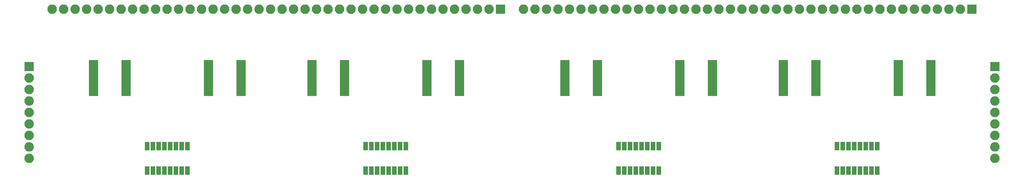
<source format=gts>
G04 #@! TF.FileFunction,Soldermask,Top*
%FSLAX46Y46*%
G04 Gerber Fmt 4.6, Leading zero omitted, Abs format (unit mm)*
G04 Created by KiCad (PCBNEW 4.0.7) date *
%MOMM*%
%LPD*%
G01*
G04 APERTURE LIST*
%ADD10C,0.100000*%
%ADD11R,2.100000X2.100000*%
%ADD12O,2.100000X2.100000*%
%ADD13R,2.150000X0.850000*%
%ADD14R,1.000000X1.900000*%
G04 APERTURE END LIST*
D10*
D11*
X144780000Y-88900000D03*
D12*
X142240000Y-88900000D03*
X139700000Y-88900000D03*
X137160000Y-88900000D03*
X134620000Y-88900000D03*
X132080000Y-88900000D03*
X129540000Y-88900000D03*
X127000000Y-88900000D03*
X124460000Y-88900000D03*
X121920000Y-88900000D03*
X119380000Y-88900000D03*
X116840000Y-88900000D03*
X114300000Y-88900000D03*
X111760000Y-88900000D03*
X109220000Y-88900000D03*
X106680000Y-88900000D03*
X104140000Y-88900000D03*
X101600000Y-88900000D03*
X99060000Y-88900000D03*
X96520000Y-88900000D03*
X93980000Y-88900000D03*
X91440000Y-88900000D03*
X88900000Y-88900000D03*
X86360000Y-88900000D03*
X83820000Y-88900000D03*
X81280000Y-88900000D03*
X78740000Y-88900000D03*
X76200000Y-88900000D03*
X73660000Y-88900000D03*
X71120000Y-88900000D03*
X68580000Y-88900000D03*
X66040000Y-88900000D03*
X63500000Y-88900000D03*
X60960000Y-88900000D03*
X58420000Y-88900000D03*
X55880000Y-88900000D03*
X53340000Y-88900000D03*
X50800000Y-88900000D03*
X48260000Y-88900000D03*
X45720000Y-88900000D03*
D11*
X248920000Y-88900000D03*
D12*
X246380000Y-88900000D03*
X243840000Y-88900000D03*
X241300000Y-88900000D03*
X238760000Y-88900000D03*
X236220000Y-88900000D03*
X233680000Y-88900000D03*
X231140000Y-88900000D03*
X228600000Y-88900000D03*
X226060000Y-88900000D03*
X223520000Y-88900000D03*
X220980000Y-88900000D03*
X218440000Y-88900000D03*
X215900000Y-88900000D03*
X213360000Y-88900000D03*
X210820000Y-88900000D03*
X208280000Y-88900000D03*
X205740000Y-88900000D03*
X203200000Y-88900000D03*
X200660000Y-88900000D03*
X198120000Y-88900000D03*
X195580000Y-88900000D03*
X193040000Y-88900000D03*
X190500000Y-88900000D03*
X187960000Y-88900000D03*
X185420000Y-88900000D03*
X182880000Y-88900000D03*
X180340000Y-88900000D03*
X177800000Y-88900000D03*
X175260000Y-88900000D03*
X172720000Y-88900000D03*
X170180000Y-88900000D03*
X167640000Y-88900000D03*
X165100000Y-88900000D03*
X162560000Y-88900000D03*
X160020000Y-88900000D03*
X157480000Y-88900000D03*
X154940000Y-88900000D03*
X152400000Y-88900000D03*
X149860000Y-88900000D03*
D11*
X40640000Y-101600000D03*
D12*
X40640000Y-104140000D03*
X40640000Y-106680000D03*
X40640000Y-109220000D03*
X40640000Y-111760000D03*
X40640000Y-114300000D03*
X40640000Y-116840000D03*
X40640000Y-119380000D03*
X40640000Y-121920000D03*
D11*
X254000000Y-101600000D03*
D12*
X254000000Y-104140000D03*
X254000000Y-106680000D03*
X254000000Y-109220000D03*
X254000000Y-111760000D03*
X254000000Y-114300000D03*
X254000000Y-116840000D03*
X254000000Y-119380000D03*
X254000000Y-121920000D03*
D13*
X54820000Y-100565000D03*
X54820000Y-101215000D03*
X54820000Y-101865000D03*
X54820000Y-102515000D03*
X54820000Y-103165000D03*
X54820000Y-103815000D03*
X54820000Y-104465000D03*
X54820000Y-105115000D03*
X54820000Y-105765000D03*
X54820000Y-106415000D03*
X54820000Y-107065000D03*
X54820000Y-107715000D03*
X62020000Y-107715000D03*
X62020000Y-107065000D03*
X62020000Y-106415000D03*
X62020000Y-105765000D03*
X62020000Y-105115000D03*
X62020000Y-104465000D03*
X62020000Y-103815000D03*
X62020000Y-103165000D03*
X62020000Y-102515000D03*
X62020000Y-101865000D03*
X62020000Y-101215000D03*
X62020000Y-100565000D03*
D14*
X75565000Y-119220000D03*
X74295000Y-119220000D03*
X73025000Y-119220000D03*
X71755000Y-119220000D03*
X70485000Y-119220000D03*
X69215000Y-119220000D03*
X67945000Y-119220000D03*
X66675000Y-119220000D03*
X66675000Y-124620000D03*
X67945000Y-124620000D03*
X69215000Y-124620000D03*
X70485000Y-124620000D03*
X71755000Y-124620000D03*
X73025000Y-124620000D03*
X74295000Y-124620000D03*
X75565000Y-124620000D03*
D13*
X80220000Y-100565000D03*
X80220000Y-101215000D03*
X80220000Y-101865000D03*
X80220000Y-102515000D03*
X80220000Y-103165000D03*
X80220000Y-103815000D03*
X80220000Y-104465000D03*
X80220000Y-105115000D03*
X80220000Y-105765000D03*
X80220000Y-106415000D03*
X80220000Y-107065000D03*
X80220000Y-107715000D03*
X87420000Y-107715000D03*
X87420000Y-107065000D03*
X87420000Y-106415000D03*
X87420000Y-105765000D03*
X87420000Y-105115000D03*
X87420000Y-104465000D03*
X87420000Y-103815000D03*
X87420000Y-103165000D03*
X87420000Y-102515000D03*
X87420000Y-101865000D03*
X87420000Y-101215000D03*
X87420000Y-100565000D03*
X103080000Y-100565000D03*
X103080000Y-101215000D03*
X103080000Y-101865000D03*
X103080000Y-102515000D03*
X103080000Y-103165000D03*
X103080000Y-103815000D03*
X103080000Y-104465000D03*
X103080000Y-105115000D03*
X103080000Y-105765000D03*
X103080000Y-106415000D03*
X103080000Y-107065000D03*
X103080000Y-107715000D03*
X110280000Y-107715000D03*
X110280000Y-107065000D03*
X110280000Y-106415000D03*
X110280000Y-105765000D03*
X110280000Y-105115000D03*
X110280000Y-104465000D03*
X110280000Y-103815000D03*
X110280000Y-103165000D03*
X110280000Y-102515000D03*
X110280000Y-101865000D03*
X110280000Y-101215000D03*
X110280000Y-100565000D03*
D14*
X123825000Y-119220000D03*
X122555000Y-119220000D03*
X121285000Y-119220000D03*
X120015000Y-119220000D03*
X118745000Y-119220000D03*
X117475000Y-119220000D03*
X116205000Y-119220000D03*
X114935000Y-119220000D03*
X114935000Y-124620000D03*
X116205000Y-124620000D03*
X117475000Y-124620000D03*
X118745000Y-124620000D03*
X120015000Y-124620000D03*
X121285000Y-124620000D03*
X122555000Y-124620000D03*
X123825000Y-124620000D03*
D13*
X128480000Y-100565000D03*
X128480000Y-101215000D03*
X128480000Y-101865000D03*
X128480000Y-102515000D03*
X128480000Y-103165000D03*
X128480000Y-103815000D03*
X128480000Y-104465000D03*
X128480000Y-105115000D03*
X128480000Y-105765000D03*
X128480000Y-106415000D03*
X128480000Y-107065000D03*
X128480000Y-107715000D03*
X135680000Y-107715000D03*
X135680000Y-107065000D03*
X135680000Y-106415000D03*
X135680000Y-105765000D03*
X135680000Y-105115000D03*
X135680000Y-104465000D03*
X135680000Y-103815000D03*
X135680000Y-103165000D03*
X135680000Y-102515000D03*
X135680000Y-101865000D03*
X135680000Y-101215000D03*
X135680000Y-100565000D03*
X158960000Y-100565000D03*
X158960000Y-101215000D03*
X158960000Y-101865000D03*
X158960000Y-102515000D03*
X158960000Y-103165000D03*
X158960000Y-103815000D03*
X158960000Y-104465000D03*
X158960000Y-105115000D03*
X158960000Y-105765000D03*
X158960000Y-106415000D03*
X158960000Y-107065000D03*
X158960000Y-107715000D03*
X166160000Y-107715000D03*
X166160000Y-107065000D03*
X166160000Y-106415000D03*
X166160000Y-105765000D03*
X166160000Y-105115000D03*
X166160000Y-104465000D03*
X166160000Y-103815000D03*
X166160000Y-103165000D03*
X166160000Y-102515000D03*
X166160000Y-101865000D03*
X166160000Y-101215000D03*
X166160000Y-100565000D03*
D14*
X179705000Y-119220000D03*
X178435000Y-119220000D03*
X177165000Y-119220000D03*
X175895000Y-119220000D03*
X174625000Y-119220000D03*
X173355000Y-119220000D03*
X172085000Y-119220000D03*
X170815000Y-119220000D03*
X170815000Y-124620000D03*
X172085000Y-124620000D03*
X173355000Y-124620000D03*
X174625000Y-124620000D03*
X175895000Y-124620000D03*
X177165000Y-124620000D03*
X178435000Y-124620000D03*
X179705000Y-124620000D03*
D13*
X184360000Y-100565000D03*
X184360000Y-101215000D03*
X184360000Y-101865000D03*
X184360000Y-102515000D03*
X184360000Y-103165000D03*
X184360000Y-103815000D03*
X184360000Y-104465000D03*
X184360000Y-105115000D03*
X184360000Y-105765000D03*
X184360000Y-106415000D03*
X184360000Y-107065000D03*
X184360000Y-107715000D03*
X191560000Y-107715000D03*
X191560000Y-107065000D03*
X191560000Y-106415000D03*
X191560000Y-105765000D03*
X191560000Y-105115000D03*
X191560000Y-104465000D03*
X191560000Y-103815000D03*
X191560000Y-103165000D03*
X191560000Y-102515000D03*
X191560000Y-101865000D03*
X191560000Y-101215000D03*
X191560000Y-100565000D03*
X207220000Y-100565000D03*
X207220000Y-101215000D03*
X207220000Y-101865000D03*
X207220000Y-102515000D03*
X207220000Y-103165000D03*
X207220000Y-103815000D03*
X207220000Y-104465000D03*
X207220000Y-105115000D03*
X207220000Y-105765000D03*
X207220000Y-106415000D03*
X207220000Y-107065000D03*
X207220000Y-107715000D03*
X214420000Y-107715000D03*
X214420000Y-107065000D03*
X214420000Y-106415000D03*
X214420000Y-105765000D03*
X214420000Y-105115000D03*
X214420000Y-104465000D03*
X214420000Y-103815000D03*
X214420000Y-103165000D03*
X214420000Y-102515000D03*
X214420000Y-101865000D03*
X214420000Y-101215000D03*
X214420000Y-100565000D03*
D14*
X227965000Y-119220000D03*
X226695000Y-119220000D03*
X225425000Y-119220000D03*
X224155000Y-119220000D03*
X222885000Y-119220000D03*
X221615000Y-119220000D03*
X220345000Y-119220000D03*
X219075000Y-119220000D03*
X219075000Y-124620000D03*
X220345000Y-124620000D03*
X221615000Y-124620000D03*
X222885000Y-124620000D03*
X224155000Y-124620000D03*
X225425000Y-124620000D03*
X226695000Y-124620000D03*
X227965000Y-124620000D03*
D13*
X232620000Y-100565000D03*
X232620000Y-101215000D03*
X232620000Y-101865000D03*
X232620000Y-102515000D03*
X232620000Y-103165000D03*
X232620000Y-103815000D03*
X232620000Y-104465000D03*
X232620000Y-105115000D03*
X232620000Y-105765000D03*
X232620000Y-106415000D03*
X232620000Y-107065000D03*
X232620000Y-107715000D03*
X239820000Y-107715000D03*
X239820000Y-107065000D03*
X239820000Y-106415000D03*
X239820000Y-105765000D03*
X239820000Y-105115000D03*
X239820000Y-104465000D03*
X239820000Y-103815000D03*
X239820000Y-103165000D03*
X239820000Y-102515000D03*
X239820000Y-101865000D03*
X239820000Y-101215000D03*
X239820000Y-100565000D03*
M02*

</source>
